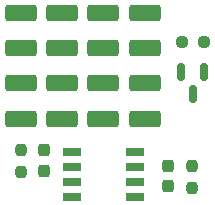
<source format=gbr>
%TF.GenerationSoftware,KiCad,Pcbnew,8.0.2-8.0.2-0~ubuntu22.04.1*%
%TF.CreationDate,2024-05-15T17:42:07+09:00*%
%TF.ProjectId,sensor_emitter_board,73656e73-6f72-45f6-956d-69747465725f,rev?*%
%TF.SameCoordinates,Original*%
%TF.FileFunction,Paste,Top*%
%TF.FilePolarity,Positive*%
%FSLAX46Y46*%
G04 Gerber Fmt 4.6, Leading zero omitted, Abs format (unit mm)*
G04 Created by KiCad (PCBNEW 8.0.2-8.0.2-0~ubuntu22.04.1) date 2024-05-15 17:42:07*
%MOMM*%
%LPD*%
G01*
G04 APERTURE LIST*
G04 Aperture macros list*
%AMRoundRect*
0 Rectangle with rounded corners*
0 $1 Rounding radius*
0 $2 $3 $4 $5 $6 $7 $8 $9 X,Y pos of 4 corners*
0 Add a 4 corners polygon primitive as box body*
4,1,4,$2,$3,$4,$5,$6,$7,$8,$9,$2,$3,0*
0 Add four circle primitives for the rounded corners*
1,1,$1+$1,$2,$3*
1,1,$1+$1,$4,$5*
1,1,$1+$1,$6,$7*
1,1,$1+$1,$8,$9*
0 Add four rect primitives between the rounded corners*
20,1,$1+$1,$2,$3,$4,$5,0*
20,1,$1+$1,$4,$5,$6,$7,0*
20,1,$1+$1,$6,$7,$8,$9,0*
20,1,$1+$1,$8,$9,$2,$3,0*%
G04 Aperture macros list end*
%ADD10RoundRect,0.237500X0.250000X0.237500X-0.250000X0.237500X-0.250000X-0.237500X0.250000X-0.237500X0*%
%ADD11RoundRect,0.250001X1.074999X-0.462499X1.074999X0.462499X-1.074999X0.462499X-1.074999X-0.462499X0*%
%ADD12RoundRect,0.250001X-1.074999X0.462499X-1.074999X-0.462499X1.074999X-0.462499X1.074999X0.462499X0*%
%ADD13RoundRect,0.150000X-0.150000X0.587500X-0.150000X-0.587500X0.150000X-0.587500X0.150000X0.587500X0*%
%ADD14RoundRect,0.237500X-0.237500X0.300000X-0.237500X-0.300000X0.237500X-0.300000X0.237500X0.300000X0*%
%ADD15RoundRect,0.237500X0.237500X-0.300000X0.237500X0.300000X-0.237500X0.300000X-0.237500X-0.300000X0*%
%ADD16RoundRect,0.237500X0.237500X-0.250000X0.237500X0.250000X-0.237500X0.250000X-0.237500X-0.250000X0*%
%ADD17RoundRect,0.042000X-0.748000X-0.258000X0.748000X-0.258000X0.748000X0.258000X-0.748000X0.258000X0*%
%ADD18RoundRect,0.237500X-0.237500X0.250000X-0.237500X-0.250000X0.237500X-0.250000X0.237500X0.250000X0*%
G04 APERTURE END LIST*
D10*
%TO.C,R1*%
X113000000Y-93500000D03*
X111175000Y-93500000D03*
%TD*%
D11*
%TO.C,D6*%
X101000000Y-94000000D03*
X101000000Y-91025000D03*
%TD*%
%TO.C,D7*%
X104500000Y-94000000D03*
X104500000Y-91025000D03*
%TD*%
%TO.C,D5*%
X97500000Y-94000000D03*
X97500000Y-91025000D03*
%TD*%
D12*
%TO.C,D1*%
X108000000Y-97000000D03*
X108000000Y-99975000D03*
%TD*%
D13*
%TO.C,Q1*%
X113000000Y-96000000D03*
X111100000Y-96000000D03*
X112050000Y-97875000D03*
%TD*%
D14*
%TO.C,C4*%
X99500000Y-102675000D03*
X99500000Y-104400000D03*
%TD*%
D15*
%TO.C,C3*%
X110000000Y-105725000D03*
X110000000Y-104000000D03*
%TD*%
D12*
%TO.C,D4*%
X97500000Y-97000000D03*
X97500000Y-99975000D03*
%TD*%
D16*
%TO.C,R3*%
X97500000Y-104500000D03*
X97500000Y-102675000D03*
%TD*%
D12*
%TO.C,D2*%
X104500000Y-97000000D03*
X104500000Y-99975000D03*
%TD*%
D17*
%TO.C,U4*%
X101830000Y-102770000D03*
X101830000Y-104040000D03*
X101830000Y-105310000D03*
X101830000Y-106580000D03*
X107170000Y-106580000D03*
X107170000Y-105310000D03*
X107170000Y-104040000D03*
X107170000Y-102770000D03*
%TD*%
D11*
%TO.C,D8*%
X108000000Y-94000000D03*
X108000000Y-91025000D03*
%TD*%
D12*
%TO.C,D3*%
X101000000Y-97000000D03*
X101000000Y-99975000D03*
%TD*%
D18*
%TO.C,R2*%
X112000000Y-104000000D03*
X112000000Y-105825000D03*
%TD*%
M02*

</source>
